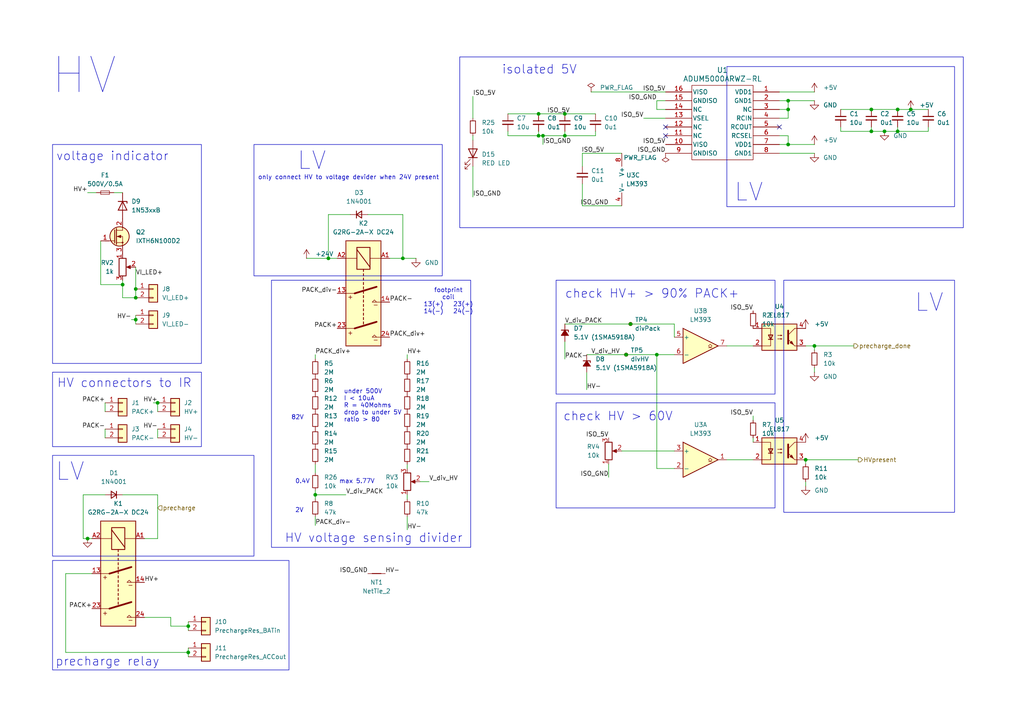
<source format=kicad_sch>
(kicad_sch (version 20231120) (generator "eeschema") (generator_version "8.0")
  (paper "A4")
  (title_block (title "ACC_HVLV1") (date "2025-05-05") (rev "2.1") (company "NTURacing") (comment 1 "Jack Kuo") (comment 2 "Powertrain"))
  (lib_symbols
    (symbol "Comparator:LM393" (pin_names (offset 0.127))
      (property "Reference" "U" (at 3.81 3.81 0))
      (property "Value" "LM393" (at 6.35 -3.81 0))
      (symbol "LM393_1_1"
        (polyline (pts (xy -5.08 5.08) (xy 5.08 0) (xy -5.08 -5.08) (xy -5.08 5.08)) (stroke (width 0.254)) (fill (type background)))
        (polyline (pts (xy 3.302 -0.508) (xy 2.794 -0.508) (xy 3.302 0) (xy 2.794 0.508) (xy 2.286 0) (xy 2.794 -0.508) (xy 2.286 -0.508)) (stroke (width 0.127)))
        (pin open_collector line (at 7.62 0 180) (length 2.54) (name "~") (number "1"))
        (pin input line (at -7.62 -2.54 0) (length 2.54) (name "-") (number "2"))
        (pin input line (at -7.62 2.54 0) (length 2.54) (name "+") (number "3"))
      )
      (symbol "LM393_2_1"
        (polyline (pts (xy -5.08 5.08) (xy 5.08 0) (xy -5.08 -5.08) (xy -5.08 5.08)) (stroke (width 0.254)) (fill (type background)))
        (polyline (pts (xy 3.302 -0.508) (xy 2.794 -0.508) (xy 3.302 0) (xy 2.794 0.508) (xy 2.286 0) (xy 2.794 -0.508) (xy 2.286 -0.508)) (stroke (width 0.127)))
        (pin input line (at -7.62 2.54 0) (length 2.54) (name "+") (number "5"))
        (pin input line (at -7.62 -2.54 0) (length 2.54) (name "-") (number "6"))
        (pin open_collector line (at 7.62 0 180) (length 2.54) (name "~") (number "7"))
      )
      (symbol "LM393_3_1"
        (pin power_in line (at -2.54 -7.62 90) (length 3.81) (name "V-") (number "4"))
        (pin power_in line (at -2.54 7.62 270) (length 3.81) (name "V+") (number "8"))
      )
    )
    (symbol "Connector:TestPoint_Small" (pin_numbers hide) (pin_names (offset 0.762) hide)
      (property "Reference" "TP" (at 0 3.81 0))
      (property "Value" "TestPoint_Small" (at 0 2.032 0))
      (symbol "TestPoint_Small_0_1"
        (circle (center 0 0) (radius 0.508))
      )
      (symbol "TestPoint_Small_1_1"
        (pin passive line (at 0 0 90) (length 0) (name "1") (number "1"))
      )
    )
    (symbol "Connector_Generic:Conn_01x02" (pin_names (offset 1.016) hide)
      (property "Reference" "J" (at 0 2.54 0))
      (property "Value" "Conn_01x02" (at 0 -5.08 0))
      (symbol "Conn_01x02_1_1"
        (rectangle (start -1.27 -2.413) (end 0 -2.667) (stroke (width 0.1524)))
        (rectangle (start -1.27 0.127) (end 0 -0.127) (stroke (width 0.1524)))
        (rectangle (start -1.27 1.27) (end 1.27 -3.81) (stroke (width 0.254)) (fill (type background)))
        (pin passive line (at -5.08 0 0) (length 3.81) (name "Pin_1") (number "1"))
        (pin passive line (at -5.08 -2.54 0) (length 3.81) (name "Pin_2") (number "2"))
      )
    )
    (symbol "Device:C_Small" (pin_numbers hide) (pin_names (offset 0.254) hide)
      (property "Reference" "C" (at 0.254 1.778 0))
      (property "Value" "C_Small" (at 0.254 -2.032 0))
      (symbol "C_Small_0_1"
        (polyline (pts (xy -1.524 -0.508) (xy 1.524 -0.508)) (stroke (width 0.3302)))
        (polyline (pts (xy -1.524 0.508) (xy 1.524 0.508)) (stroke (width 0.3048)))
      )
      (symbol "C_Small_1_1"
        (pin passive line (at 0 2.54 270) (length 2.032) (name "~") (number "1"))
        (pin passive line (at 0 -2.54 90) (length 2.032) (name "~") (number "2"))
      )
    )
    (symbol "Device:D_Small" (pin_numbers hide) (pin_names (offset 0.254) hide)
      (property "Reference" "D" (at -1.27 2.032 0))
      (property "Value" "D_Small" (at -3.81 -2.032 0))
      (symbol "D_Small_0_1"
        (polyline (pts (xy -0.762 -1.016) (xy -0.762 1.016)) (stroke (width 0.254)))
        (polyline (pts (xy -0.762 0) (xy 0.762 0)))
        (polyline (pts (xy 0.762 -1.016) (xy -0.762 0) (xy 0.762 1.016) (xy 0.762 -1.016)) (stroke (width 0.254)))
      )
      (symbol "D_Small_1_1"
        (pin passive line (at -2.54 0 0) (length 1.778) (name "K") (number "1"))
        (pin passive line (at 2.54 0 180) (length 1.778) (name "A") (number "2"))
      )
    )
    (symbol "Device:D_Zener_Small_Filled" (pin_numbers hide) (pin_names (offset 0.254) hide)
      (property "Reference" "D" (at 0 2.286 0))
      (property "Value" "D_Zener_Small_Filled" (at 0 -2.286 0))
      (symbol "D_Zener_Small_Filled_0_1"
        (polyline (pts (xy 0.762 0) (xy -0.762 0)))
        (polyline (pts (xy -0.254 1.016) (xy -0.762 1.016) (xy -0.762 -1.016)) (stroke (width 0.254)))
        (polyline (pts (xy 0.762 1.016) (xy -0.762 0) (xy 0.762 -1.016) (xy 0.762 1.016)) (stroke (width 0.254)) (fill (type outline)))
      )
      (symbol "D_Zener_Small_Filled_1_1"
        (pin passive line (at -2.54 0 0) (length 1.778) (name "K") (number "1"))
        (pin passive line (at 2.54 0 180) (length 1.778) (name "A") (number "2"))
      )
    )
    (symbol "Device:Fuse_Small" (pin_numbers hide) (pin_names (offset 0.254) hide)
      (property "Reference" "F" (at 0 -1.524 0))
      (property "Value" "Fuse_Small" (at 0 1.524 0))
      (symbol "Fuse_Small_0_1"
        (rectangle (start -1.27 0.508) (end 1.27 -0.508))
        (polyline (pts (xy -1.27 0) (xy 1.27 0)))
      )
      (symbol "Fuse_Small_1_1"
        (pin passive line (at -2.54 0 0) (length 1.27) (name "~") (number "1"))
        (pin passive line (at 2.54 0 180) (length 1.27) (name "~") (number "2"))
      )
    )
    (symbol "Device:LED" (pin_numbers hide) (pin_names (offset 1.016) hide)
      (property "Reference" "D" (at 0 2.54 0))
      (property "Value" "LED" (at 0 -2.54 0))
      (symbol "LED_0_1"
        (polyline (pts (xy -1.27 -1.27) (xy -1.27 1.27)) (stroke (width 0.254)))
        (polyline (pts (xy -1.27 0) (xy 1.27 0)))
        (polyline (pts (xy 1.27 -1.27) (xy 1.27 1.27) (xy -1.27 0) (xy 1.27 -1.27)) (stroke (width 0.254)))
        (polyline (pts (xy -3.048 -0.762) (xy -4.572 -2.286) (xy -3.81 -2.286) (xy -4.572 -2.286) (xy -4.572 -1.524)))
        (polyline (pts (xy -1.778 -0.762) (xy -3.302 -2.286) (xy -2.54 -2.286) (xy -3.302 -2.286) (xy -3.302 -1.524)))
      )
      (symbol "LED_1_1"
        (pin passive line (at -3.81 0 0) (length 2.54) (name "K") (number "1"))
        (pin passive line (at 3.81 0 180) (length 2.54) (name "A") (number "2"))
      )
    )
    (symbol "Device:NetTie_2" (pin_numbers hide) (pin_names (offset 0) hide) (in_bom no)
      (property "Reference" "NT" (at 0 1.27 0))
      (property "Value" "NetTie_2" (at 0 -1.27 0))
      (symbol "NetTie_2_0_1"
        (polyline (pts (xy -1.27 0) (xy 1.27 0)) (stroke (width 0.254)))
      )
      (symbol "NetTie_2_1_1"
        (pin passive line (at -2.54 0 0) (length 2.54) (name "1") (number "1"))
        (pin passive line (at 2.54 0 180) (length 2.54) (name "2") (number "2"))
      )
    )
    (symbol "Device:R_Potentiometer" (pin_names (offset 1.016) hide)
      (property "Reference" "RV" (at -4.445 0 90))
      (property "Value" "R_Potentiometer" (at -2.54 0 90))
      (symbol "R_Potentiometer_0_1"
        (polyline (pts (xy 2.54 0) (xy 1.524 0)))
        (polyline (pts (xy 1.143 0) (xy 2.286 0.508) (xy 2.286 -0.508) (xy 1.143 0)) (fill (type outline)))
        (rectangle (start 1.016 2.54) (end -1.016 -2.54) (stroke (width 0.254)))
      )
      (symbol "R_Potentiometer_1_1"
        (pin passive line (at 0 3.81 270) (length 1.27) (name "1") (number "1"))
        (pin passive line (at 3.81 0 180) (length 1.27) (name "2") (number "2"))
        (pin passive line (at 0 -3.81 90) (length 1.27) (name "3") (number "3"))
      )
    )
    (symbol "Device:R_Small" (pin_numbers hide) (pin_names (offset 0.254) hide)
      (property "Reference" "R" (at 0.762 0.508 0))
      (property "Value" "R_Small" (at 0.762 -1.016 0))
      (symbol "R_Small_0_1"
        (rectangle (start -0.762 1.778) (end 0.762 -1.778) (stroke (width 0.2032)))
      )
      (symbol "R_Small_1_1"
        (pin passive line (at 0 2.54 270) (length 0.762) (name "~") (number "1"))
        (pin passive line (at 0 -2.54 90) (length 0.762) (name "~") (number "2"))
      )
    )
    (symbol "Diode:1N53xxB" (pin_numbers hide) (pin_names hide)
      (property "Reference" "D" (at 0 2.54 0))
      (property "Value" "1N53xxB" (at 0 -2.54 0))
      (symbol "1N53xxB_0_1"
        (polyline (pts (xy 1.27 0) (xy -1.27 0)))
        (polyline (pts (xy -1.27 -1.27) (xy -1.27 1.27) (xy -0.762 1.27)) (stroke (width 0.254)))
        (polyline (pts (xy 1.27 -1.27) (xy 1.27 1.27) (xy -1.27 0) (xy 1.27 -1.27)) (stroke (width 0.254)))
      )
      (symbol "1N53xxB_1_1"
        (pin passive line (at -3.81 0 0) (length 2.54) (name "K") (number "1"))
        (pin passive line (at 3.81 0 180) (length 2.54) (name "A") (number "2"))
      )
    )
    (symbol "Isolator:EL817" (pin_names (offset 1.016))
      (property "Reference" "U" (at -5.08 5.08 0))
      (property "Value" "EL817" (at 0 5.08 0))
      (symbol "EL817_0_1"
        (rectangle (start -5.08 3.81) (end 5.08 -3.81) (stroke (width 0.254)) (fill (type background)))
        (polyline (pts (xy -3.175 -0.635) (xy -1.905 -0.635)) (stroke (width 0.254)))
        (polyline (pts (xy 2.54 0.635) (xy 4.445 2.54)))
        (polyline (pts (xy 4.445 -2.54) (xy 2.54 -0.635)) (fill (type outline)))
        (polyline (pts (xy 4.445 -2.54) (xy 5.08 -2.54)))
        (polyline (pts (xy 4.445 2.54) (xy 5.08 2.54)))
        (polyline (pts (xy -5.08 2.54) (xy -2.54 2.54) (xy -2.54 -0.635)))
        (polyline (pts (xy -2.54 -0.635) (xy -2.54 -2.54) (xy -5.08 -2.54)))
        (polyline (pts (xy 2.54 1.905) (xy 2.54 -1.905) (xy 2.54 -1.905)) (stroke (width 0.508)))
        (polyline (pts (xy -2.54 -0.635) (xy -3.175 0.635) (xy -1.905 0.635) (xy -2.54 -0.635)) (stroke (width 0.254)))
        (polyline (pts (xy -0.508 -0.508) (xy 0.762 -0.508) (xy 0.381 -0.635) (xy 0.381 -0.381) (xy 0.762 -0.508)))
        (polyline (pts (xy -0.508 0.508) (xy 0.762 0.508) (xy 0.381 0.381) (xy 0.381 0.635) (xy 0.762 0.508)))
        (polyline (pts (xy 3.048 -1.651) (xy 3.556 -1.143) (xy 4.064 -2.159) (xy 3.048 -1.651) (xy 3.048 -1.651)) (fill (type outline)))
      )
      (symbol "EL817_1_1"
        (pin passive line (at -7.62 2.54 0) (length 2.54) (name "~") (number "1"))
        (pin passive line (at -7.62 -2.54 0) (length 2.54) (name "~") (number "2"))
        (pin passive line (at 7.62 -2.54 180) (length 2.54) (name "~") (number "3"))
        (pin passive line (at 7.62 2.54 180) (length 2.54) (name "~") (number "4"))
      )
    )
    (symbol "PCM_Transistor_MOSFET_AKL:IXTH6N100D2" (pin_names hide)
      (property "Reference" "Q" (at 5.08 1.27 0))
      (property "Value" "IXTH6N100D2" (at 5.08 -1.27 0))
      (symbol "IXTH6N100D2_0_1"
        (polyline (pts (xy 0.254 -1.27) (xy -2.54 -1.27)))
        (polyline (pts (xy 0.254 1.905) (xy 0.254 -1.905)) (stroke (width 0.254)))
        (polyline (pts (xy 0.762 -2.286) (xy 0.762 2.286)) (stroke (width 0.254)))
        (polyline (pts (xy 0.762 -1.778) (xy 2.54 -1.778)))
        (polyline (pts (xy 2.54 1.778) (xy 0.762 1.778)))
        (polyline (pts (xy 2.54 2.54) (xy 2.54 1.778)))
        (polyline (pts (xy 2.54 -2.54) (xy 2.54 0) (xy 0.762 0)))
        (polyline (pts (xy 1.016 0) (xy 2.032 0.381) (xy 2.032 -0.381) (xy 1.016 0)) (fill (type outline)))
        (circle (center 1.651 0) (radius 2.794) (stroke (width 0.254)) (fill (type background)))
        (circle (center 2.54 -1.778) (radius 0.1778) (fill (type outline)))
      )
      (symbol "IXTH6N100D2_1_1"
        (pin input line (at -3.81 -1.27 0) (length 2.54) (name "G") (number "1"))
        (pin passive line (at 2.54 5.08 270) (length 2.54) (name "D") (number "2"))
        (pin passive line (at 2.54 -5.08 90) (length 2.54) (name "S") (number "3"))
      )
    )
    (symbol "nturt_kicad_lib_EP6:ADUM5000ARWZ-RL" (pin_names (offset 0.254))
      (property "Reference" "U" (at 0 15.24 0))
      (property "Value" "ADUM5000ARWZ-RL" (at -0.254 12.446 0))
      (symbol "ADUM5000ARWZ-RL_0_1"
        (pin power_in line (at -16.51 8.89 0) (length 7.62) (name "VDD1") (number "1"))
        (pin power_in line (at 16.51 -6.35 180) (length 7.62) (name "VISO") (number "10"))
        (pin unspecified line (at 16.51 -3.81 180) (length 7.62) (name "NC") (number "11"))
        (pin unspecified line (at 16.51 -1.27 180) (length 7.62) (name "NC") (number "12"))
        (pin unspecified line (at 16.51 1.27 180) (length 7.62) (name "VSEL") (number "13"))
        (pin unspecified line (at 16.51 3.81 180) (length 7.62) (name "NC") (number "14"))
        (pin unspecified line (at 16.51 6.35 180) (length 7.62) (name "GNDISO") (number "15"))
        (pin power_in line (at 16.51 8.89 180) (length 7.62) (name "VISO") (number "16"))
        (pin unspecified line (at -16.51 6.35 0) (length 7.62) (name "GND1") (number "2"))
        (pin unspecified line (at -16.51 3.81 0) (length 7.62) (name "NC") (number "3"))
        (pin unspecified line (at -16.51 1.27 0) (length 7.62) (name "RCIN") (number "4"))
        (pin unspecified line (at -16.51 -1.27 0) (length 7.62) (name "RCOUT") (number "5"))
        (pin unspecified line (at -16.51 -3.81 0) (length 7.62) (name "RCSEL") (number "6"))
        (pin power_in line (at -16.51 -6.35 0) (length 7.62) (name "VDD1") (number "7"))
        (pin unspecified line (at -16.51 -8.89 0) (length 7.62) (name "GND1") (number "8"))
        (pin unspecified line (at 16.51 -8.89 180) (length 7.62) (name "GNDISO") (number "9"))
      )
      (symbol "ADUM5000ARWZ-RL_1_1"
        (rectangle (start -8.89 10.795) (end 8.89 -10.795))
      )
    )
    (symbol "nturt_kicad_lib_EP6:G2RG-2A-X DC24"
      (property "Reference" "K" (at 16.51 3.81 0))
      (property "Value" "G2RG-2A-X DC24" (at 16.51 1.27 0))
      (symbol "G2RG-2A-X DC24_0_1"
        (rectangle (start -15.24 5.08) (end 15.24 -5.08) (stroke (width 0.254)) (fill (type background)))
        (rectangle (start -13.335 1.905) (end -6.985 -1.905) (stroke (width 0.254)))
        (polyline (pts (xy -12.7 -1.905) (xy -7.62 1.905)) (stroke (width 0.254)))
        (polyline (pts (xy -10.16 -5.08) (xy -10.16 -1.905)))
        (polyline (pts (xy -10.16 5.08) (xy -10.16 1.905)))
        (polyline (pts (xy -6.985 0) (xy -6.35 0)) (stroke (width 0.254)))
        (polyline (pts (xy -5.715 0) (xy -5.08 0)) (stroke (width 0.254)))
        (polyline (pts (xy -4.445 0) (xy -3.81 0)) (stroke (width 0.254)))
        (polyline (pts (xy -3.175 0) (xy -2.54 0)) (stroke (width 0.254)))
        (polyline (pts (xy -1.905 0) (xy -1.27 0)) (stroke (width 0.254)))
        (polyline (pts (xy -0.635 0) (xy 0 0)) (stroke (width 0.254)))
        (polyline (pts (xy 0 -2.54) (xy -1.905 3.81)) (stroke (width 0.508)))
        (polyline (pts (xy 0 -2.54) (xy 0 -5.08)))
        (polyline (pts (xy 0.635 0) (xy 1.27 0)) (stroke (width 0.254)))
        (polyline (pts (xy 1.905 0) (xy 2.54 0)) (stroke (width 0.254)))
        (polyline (pts (xy 3.175 0) (xy 3.81 0)) (stroke (width 0.254)))
        (polyline (pts (xy 4.445 0) (xy 5.08 0)) (stroke (width 0.254)))
        (polyline (pts (xy 5.715 0) (xy 6.35 0)) (stroke (width 0.254)))
        (polyline (pts (xy 6.985 0) (xy 7.62 0)) (stroke (width 0.254)))
        (polyline (pts (xy 8.255 0) (xy 8.89 0)) (stroke (width 0.254)))
        (polyline (pts (xy 10.16 -2.54) (xy 8.255 3.81)) (stroke (width 0.508)))
        (polyline (pts (xy 10.16 -2.54) (xy 10.16 -5.08)))
        (polyline (pts (xy 2.54 5.08) (xy 2.54 2.54) (xy 1.905 3.175) (xy 2.54 3.81)))
        (polyline (pts (xy 12.7 5.08) (xy 12.7 2.54) (xy 12.065 3.175) (xy 12.7 3.81)))
      )
      (symbol "G2RG-2A-X DC24_1_1"
        (text "+" (at 1.016 -3.81 900) (effects (font (size 1.27 1.27))))
        (text "+" (at 11.43 -3.81 900) (effects (font (size 1.27 1.27))))
        (text "-" (at 3.302 3.556 900) (effects (font (size 1.27 1.27))))
        (text "-" (at 13.462 3.556 900) (effects (font (size 1.27 1.27))))
        (pin passive line (at 0 -7.62 90) (length 2.54) (name "~") (number "13"))
        (pin passive line (at 2.54 7.62 270) (length 2.54) (name "~") (number "14"))
        (pin passive line (at 10.16 -7.62 90) (length 2.54) (name "~") (number "23"))
        (pin passive line (at 12.7 7.62 270) (length 2.54) (name "~") (number "24"))
        (pin passive line (at -10.16 7.62 270) (length 2.54) (name "~") (number "A1"))
        (pin passive line (at -10.16 -7.62 90) (length 2.54) (name "~") (number "A2"))
      )
    )
    (symbol "power:+24V" (power) (pin_numbers hide) (pin_names (offset 0) hide)
      (property "Value" "+24V" (at 0 3.556 0))
      (symbol "+24V_0_1"
        (polyline (pts (xy -0.762 1.27) (xy 0 2.54)))
        (polyline (pts (xy 0 0) (xy 0 2.54)))
        (polyline (pts (xy 0 2.54) (xy 0.762 1.27)))
      )
      (symbol "+24V_1_1"
        (pin power_in line (at 0 0 90) (length 0) (name "~") (number "1"))
      )
    )
    (symbol "power:+5V" (power) (pin_numbers hide) (pin_names (offset 0) hide)
      (property "Value" "+5V" (at 0 3.556 0))
      (symbol "+5V_0_1"
        (polyline (pts (xy -0.762 1.27) (xy 0 2.54)))
        (polyline (pts (xy 0 0) (xy 0 2.54)))
        (polyline (pts (xy 0 2.54) (xy 0.762 1.27)))
      )
      (symbol "+5V_1_1"
        (pin power_in line (at 0 0 90) (length 0) (name "~") (number "1"))
      )
    )
    (symbol "power:GND" (power) (pin_numbers hide) (pin_names (offset 0) hide)
      (property "Value" "GND" (at 0 -3.81 0))
      (symbol "GND_0_1"
        (polyline (pts (xy 0 0) (xy 0 -1.27) (xy 1.27 -1.27) (xy 0 -2.54) (xy -1.27 -1.27) (xy 0 -1.27)))
      )
      (symbol "GND_1_1"
        (pin power_in line (at 0 0 270) (length 0) (name "~") (number "1"))
      )
    )
    (symbol "power:PWR_FLAG" (power) (pin_numbers hide) (pin_names (offset 0) hide)
      (property "Value" "PWR_FLAG" (at 0 3.81 0))
      (symbol "PWR_FLAG_0_0"
        (pin power_out line (at 0 0 90) (length 0) (name "~") (number "1"))
      )
      (symbol "PWR_FLAG_0_1"
        (polyline (pts (xy 0 0) (xy 0 1.27) (xy -1.016 1.905) (xy 0 2.54) (xy 1.016 1.905) (xy 0 1.27)))
      )
    )
  )
  (junction (at 54.61 189.23))
  (junction (at 228.6 31.75))
  (junction (at 236.22 100.33))
  (junction (at 228.6 29.21))
  (junction (at 264.16 31.75))
  (junction (at 163.83 39.37))
  (junction (at 233.68 133.35))
  (junction (at 182.88 93.98))
  (junction (at 260.35 38.1))
  (junction (at 116.84 74.93))
  (junction (at 35.56 82.55))
  (junction (at 39.37 83.82))
  (junction (at 91.44 143.51))
  (junction (at 45.72 116.84))
  (junction (at 252.73 38.1))
  (junction (at 157.48 39.37))
  (junction (at 190.5 102.87))
  (junction (at 181.61 102.87))
  (junction (at 156.21 33.02))
  (junction (at 39.37 92.71))
  (junction (at 54.61 181.61))
  (junction (at 260.35 31.75))
  (junction (at 163.83 33.02))
  (junction (at 156.21 39.37))
  (junction (at 256.54 38.1))
  (junction (at 228.6 41.91))
  (junction (at 25.4 156.21))
  (junction (at 39.37 86.36))
  (junction (at 252.73 31.75))
  (junction (at 95.25 74.93))
  (no_connect (at 193.04 39.37))
  (no_connect (at 193.04 36.83))
  (no_connect (at 226.06 36.83))
  (wire (pts (xy 35.56 82.55) (xy 35.56 86.36)))
  (wire (pts (xy 236.22 29.21) (xy 228.6 29.21)))
  (wire (pts (xy 156.21 39.37) (xy 156.21 38.1)))
  (wire (pts (xy 116.84 62.23) (xy 116.84 74.93)))
  (wire (pts (xy 190.5 135.89) (xy 195.58 135.89)))
  (wire (pts (xy 243.84 38.1) (xy 243.84 36.83)))
  (wire (pts (xy 228.6 41.91) (xy 226.06 41.91)))
  (wire (pts (xy 233.68 134.62) (xy 233.68 133.35)))
  (wire (pts (xy 118.11 144.78) (xy 118.11 143.51)))
  (wire (pts (xy 171.45 26.67) (xy 193.04 26.67)))
  (wire (pts (xy 147.32 39.37) (xy 147.32 38.1)))
  (wire (pts (xy 228.6 39.37) (xy 228.6 41.91)))
  (wire (pts (xy 226.06 34.29) (xy 228.6 34.29)))
  (wire (pts (xy 101.6 62.23) (xy 95.25 62.23)))
  (wire (pts (xy 243.84 31.75) (xy 252.73 31.75)))
  (wire (pts (xy 168.91 44.45) (xy 180.34 44.45)))
  (wire (pts (xy 30.48 116.84) (xy 30.48 119.38)))
  (wire (pts (xy 19.05 189.23) (xy 54.61 189.23)))
  (wire (pts (xy 260.35 38.1) (xy 260.35 36.83)))
  (wire (pts (xy 269.24 38.1) (xy 269.24 36.83)))
  (wire (pts (xy 49.53 179.07) (xy 49.53 181.61)))
  (wire (pts (xy 25.4 156.21) (xy 26.67 156.21)))
  (wire (pts (xy 256.54 38.1) (xy 260.35 38.1)))
  (wire (pts (xy 120.65 74.93) (xy 116.84 74.93)))
  (wire (pts (xy 49.53 179.07) (xy 41.91 179.07)))
  (wire (pts (xy 236.22 101.6) (xy 236.22 100.33)))
  (wire (pts (xy 157.48 39.37) (xy 163.83 39.37)))
  (wire (pts (xy 260.35 31.75) (xy 264.16 31.75)))
  (wire (pts (xy 210.82 133.35) (xy 218.44 133.35)))
  (wire (pts (xy 218.44 127) (xy 218.44 128.27)))
  (wire (pts (xy 33.02 55.88) (xy 35.56 55.88)))
  (wire (pts (xy 172.72 39.37) (xy 172.72 38.1)))
  (wire (pts (xy 118.11 153.67) (xy 118.11 149.86)))
  (wire (pts (xy 156.21 33.02) (xy 163.83 33.02)))
  (wire (pts (xy 88.9 74.93) (xy 95.25 74.93)))
  (wire (pts (xy 252.73 38.1) (xy 256.54 38.1)))
  (wire (pts (xy 45.72 124.46) (xy 45.72 127)))
  (wire (pts (xy 236.22 107.95) (xy 236.22 106.68)))
  (wire (pts (xy 137.16 27.94) (xy 137.16 34.29)))
  (wire (pts (xy 157.48 41.91) (xy 157.48 39.37)))
  (wire (pts (xy 116.84 74.93) (xy 113.03 74.93)))
  (wire (pts (xy 39.37 77.47) (xy 39.37 83.82)))
  (wire (pts (xy 190.5 29.21) (xy 190.5 31.75)))
  (wire (pts (xy 163.83 33.02) (xy 172.72 33.02)))
  (wire (pts (xy 19.05 189.23) (xy 19.05 166.37)))
  (wire (pts (xy 147.32 33.02) (xy 156.21 33.02)))
  (wire (pts (xy 45.72 116.84) (xy 44.45 116.84)))
  (wire (pts (xy 195.58 93.98) (xy 195.58 97.79)))
  (wire (pts (xy 45.72 156.21) (xy 41.91 156.21)))
  (wire (pts (xy 30.48 124.46) (xy 30.48 127)))
  (wire (pts (xy 91.44 134.62) (xy 91.44 137.16)))
  (wire (pts (xy 54.61 189.23) (xy 54.61 187.96)))
  (wire (pts (xy 39.37 83.82) (xy 39.37 86.36)))
  (wire (pts (xy 163.83 39.37) (xy 172.72 39.37)))
  (wire (pts (xy 190.5 102.87) (xy 195.58 102.87)))
  (wire (pts (xy 181.61 102.87) (xy 190.5 102.87)))
  (wire (pts (xy 210.82 100.33) (xy 218.44 100.33)))
  (wire (pts (xy 29.21 82.55) (xy 35.56 82.55)))
  (wire (pts (xy 124.46 139.7) (xy 121.92 139.7)))
  (wire (pts (xy 27.94 55.88) (xy 25.4 55.88)))
  (wire (pts (xy 193.04 31.75) (xy 190.5 31.75)))
  (wire (pts (xy 233.68 140.97) (xy 233.68 139.7)))
  (wire (pts (xy 54.61 180.34) (xy 54.61 181.61)))
  (wire (pts (xy 163.83 104.14) (xy 163.83 99.06)))
  (wire (pts (xy 95.25 62.23) (xy 95.25 74.93)))
  (wire (pts (xy 186.69 34.29) (xy 193.04 34.29)))
  (wire (pts (xy 35.56 81.28) (xy 35.56 82.55)))
  (wire (pts (xy 45.72 143.51) (xy 45.72 156.21)))
  (wire (pts (xy 228.6 29.21) (xy 228.6 31.75)))
  (wire (pts (xy 156.21 39.37) (xy 157.48 39.37)))
  (wire (pts (xy 236.22 26.67) (xy 226.06 26.67)))
  (wire (pts (xy 91.44 142.24) (xy 91.44 143.51)))
  (wire (pts (xy 24.13 143.51) (xy 24.13 156.21)))
  (wire (pts (xy 24.13 156.21) (xy 25.4 156.21)))
  (wire (pts (xy 106.68 62.23) (xy 116.84 62.23)))
  (wire (pts (xy 226.06 39.37) (xy 228.6 39.37)))
  (wire (pts (xy 118.11 135.89) (xy 118.11 134.62)))
  (wire (pts (xy 247.65 100.33) (xy 236.22 100.33)))
  (wire (pts (xy 236.22 44.45) (xy 226.06 44.45)))
  (wire (pts (xy 35.56 86.36) (xy 39.37 86.36)))
  (wire (pts (xy 233.68 133.35) (xy 248.92 133.35)))
  (wire (pts (xy 180.34 130.81) (xy 195.58 130.81)))
  (wire (pts (xy 91.44 143.51) (xy 100.33 143.51)))
  (wire (pts (xy 49.53 181.61) (xy 54.61 181.61)))
  (wire (pts (xy 39.37 91.44) (xy 39.37 92.71)))
  (wire (pts (xy 193.04 29.21) (xy 190.5 29.21)))
  (wire (pts (xy 168.91 44.45) (xy 168.91 48.26)))
  (wire (pts (xy 182.88 93.98) (xy 195.58 93.98)))
  (wire (pts (xy 91.44 143.51) (xy 91.44 144.78)))
  (wire (pts (xy 137.16 39.37) (xy 137.16 40.64)))
  (wire (pts (xy 54.61 189.23) (xy 54.61 190.5)))
  (wire (pts (xy 19.05 166.37) (xy 26.67 166.37)))
  (wire (pts (xy 91.44 149.86) (xy 91.44 152.4)))
  (wire (pts (xy 226.06 31.75) (xy 228.6 31.75)))
  (wire (pts (xy 176.53 138.43) (xy 176.53 134.62)))
  (wire (pts (xy 260.35 38.1) (xy 269.24 38.1)))
  (wire (pts (xy 29.21 69.85) (xy 29.21 82.55)))
  (wire (pts (xy 45.72 116.84) (xy 45.72 119.38)))
  (wire (pts (xy 170.18 113.03) (xy 170.18 107.95)))
  (wire (pts (xy 236.22 41.91) (xy 228.6 41.91)))
  (wire (pts (xy 180.34 59.69) (xy 168.91 59.69)))
  (wire (pts (xy 228.6 29.21) (xy 226.06 29.21)))
  (wire (pts (xy 168.91 59.69) (xy 168.91 53.34)))
  (wire (pts (xy 170.18 102.87) (xy 181.61 102.87)))
  (wire (pts (xy 228.6 34.29) (xy 228.6 31.75)))
  (wire (pts (xy 30.48 143.51) (xy 24.13 143.51)))
  (wire (pts (xy 54.61 181.61) (xy 54.61 182.88)))
  (wire (pts (xy 163.83 39.37) (xy 163.83 38.1)))
  (wire (pts (xy 147.32 39.37) (xy 156.21 39.37)))
  (wire (pts (xy 35.56 143.51) (xy 45.72 143.51)))
  (wire (pts (xy 264.16 31.75) (xy 269.24 31.75)))
  (wire (pts (xy 190.5 102.87) (xy 190.5 135.89)))
  (wire (pts (xy 38.1 92.71) (xy 39.37 92.71)))
  (wire (pts (xy 236.22 100.33) (xy 233.68 100.33)))
  (wire (pts (xy 95.25 74.93) (xy 97.79 74.93)))
  (wire (pts (xy 243.84 38.1) (xy 252.73 38.1)))
  (wire (pts (xy 252.73 38.1) (xy 252.73 36.83)))
  (wire (pts (xy 137.16 48.26) (xy 137.16 57.15)))
  (wire (pts (xy 163.83 93.98) (xy 182.88 93.98)))
  (wire (pts (xy 218.44 120.65) (xy 218.44 121.92)))
  (wire (pts (xy 118.11 102.87) (xy 118.11 104.14)))
  (wire (pts (xy 91.44 102.87) (xy 91.44 104.14)))
  (wire (pts (xy 39.37 92.71) (xy 39.37 93.98)))
  (wire (pts (xy 252.73 31.75) (xy 260.35 31.75)))
  (rectangle (start 15.24 132.08) (end 73.66 161.29))
  (rectangle (start 227.33 81.28) (end 276.86 148.59))
  (rectangle (start 210.82 19.304) (end 276.86 59.944))
  (rectangle (start 15.24 107.95) (end 58.42 129.54))
  (rectangle (start 78.74 81.28) (end 136.525 158.75))
  (rectangle (start 161.29 81.28) (end 224.79 114.3))
  (rectangle (start 15.24 41.91) (end 58.42 105.41))
  (rectangle (start 73.66 41.91) (end 128.27 80.01))
  (rectangle (start 15.24 162.56) (end 83.82 194.31))
  (rectangle (start 133.35 16.51) (end 279.4 66.04))
  (rectangle (start 161.29 116.84) (end 224.79 147.32))
  (text "LV" (at 217.17 55.88 0) (effects (font (size 5.14 5.14))))
  (text "footprint\ncoil\n13(+)   23(+)\n14(-)   24(-)" (at 130.048 87.376 0) (effects (font (size 1.27 1.27))))
  (text "check HV > 60V " (at 163.322 119.38 0) (effects (font (size 2.54 2.54)) (justify left top)))
  (text "voltage indicator" (at 16.256 43.942 0) (effects (font (size 2.54 2.54)) (justify left top)))
  (text "LV" (at 90.424 46.736 0) (effects (font (size 5.14 5.14))))
  (text "HV voltage sensing divider" (at 82.55 154.686 0) (effects (font (size 2.54 2.54)) (justify left top)))
  (text "HV connectors to IR" (at 16.51 109.728 0) (effects (font (size 2.54 2.54)) (justify left top)))
  (text "under 500V\nI < 10uA\nR = 40Mohms\ndrop to under 5V\nratio > 80" (at 99.695 122.555 0) (effects (font (size 1.27 1.27)) (justify left bottom)))
  (text "max 5.77V" (at 108.712 140.462 0) (effects (font (size 1.27 1.27)) (justify right bottom)))
  (text "HV" (at 24.384 22.098 0) (effects (font (size 10.28 10.28))))
  (text "82V" (at 84.455 121.92 0) (effects (font (size 1.27 1.27)) (justify left bottom)))
  (text "LV" (at 20.32 136.906 0) (effects (font (size 5.14 5.14))))
  (text "check HV+ > 90% PACK+" (at 163.83 83.82 0) (effects (font (size 2.54 2.54)) (justify left top)))
  (text "only connect HV to voltage devider when 24V present" (at 101.092 51.562 0) (effects (font (size 1.27 1.27))))
  (text "0.4V" (at 85.598 140.462 0) (effects (font (size 1.27 1.27)) (justify left bottom)))
  (text "precharge relay" (at 16.002 190.5 0) (effects (font (size 2.54 2.54)) (justify left top)))
  (text "2V" (at 85.598 148.844 0) (effects (font (size 1.27 1.27)) (justify left bottom)))
  (text "isolated 5V" (at 145.542 18.796 0) (effects (font (size 2.54 2.54)) (justify left top)))
  (text "LV" (at 269.494 87.884 0) (effects (font (size 5.14 5.14))))
  (label "HV-" (at 111.76 166.37 0))
  (label "HV-" (at 118.11 153.67 0))
  (label "V_div_PACK" (at 163.83 93.98 0))
  (label "ISO_GND" (at 137.16 57.15 0))
  (label "HV+" (at 45.72 116.84 180))
  (label "PACK-" (at 163.83 104.14 0))
  (label "ISO_5V" (at 218.44 90.17 180))
  (label "V_div_HV" (at 124.46 139.7 0))
  (label "PACK_div+" (at 113.03 97.79 0))
  (label "ISO_GND" (at 106.68 166.37 180))
  (label "ISO_GND" (at 176.53 138.43 180))
  (label "HV-" (at 170.18 113.03 0))
  (label "ISO_5V" (at 218.44 120.65 180))
  (label "V_div_PACK" (at 100.33 143.51 0))
  (label "PACK+" (at 26.67 176.53 180))
  (label "ISO_5V" (at 137.16 27.94 0))
  (label "PACK_div-" (at 97.79 85.09 180))
  (label "HV+" (at 118.11 102.87 0))
  (label "PACK+" (at 97.79 95.25 180))
  (label "PACK-" (at 30.48 124.46 180))
  (label "ISO_GND" (at 190.5 29.21 180))
  (label "ISO_5V" (at 186.69 34.29 180))
  (label "ISO_5V" (at 193.04 26.67 180))
  (label "ISO_5V" (at 193.04 41.91 180))
  (label "HV+" (at 25.4 55.88 180))
  (label "HV-" (at 38.1 92.71 180))
  (label "ISO_5V" (at 176.53 127 180))
  (label "ISO_GND" (at 193.04 44.45 180))
  (label "HV-" (at 45.72 124.46 180))
  (label "VI_LED+" (at 39.37 80.01 0))
  (label "ISO_5V" (at 175.26 44.45 180))
  (label "ISO_GND" (at 157.48 41.91 0))
  (label "HV+" (at 41.91 168.91 0))
  (label "PACK-" (at 113.03 87.63 0))
  (label "PACK_div-" (at 91.44 152.4 0))
  (label "V_div_HV" (at 171.45 102.87 0))
  (label "ISO_GND" (at 176.53 59.69 180))
  (label "ISO_5V" (at 158.6815 33.02 0))
  (label "PACK_div+" (at 91.44 102.87 0))
  (label "PACK+" (at 30.48 116.84 180))
  (hierarchical_label "precharge_done" (shape output) (at 247.65 100.33 0))
  (hierarchical_label "HVpresent" (shape output) (at 248.92 133.35 0))
  (hierarchical_label "precharge" (shape input) (at 45.72 147.32 0))
  (symbol (lib_id "Device:R_Small") (at 91.44 127 0) (unit 1)
    (property "Reference" "R14" (at 93.98 125.73 0) (effects (justify left)))
    (property "Value" "2M" (at 93.98 128.27 0) (effects (justify left)))
    (property "Footprint" "Resistor_SMD:R_0805_2012Metric_Pad1.20x1.40mm_HandSolder" (effects (hide yes)))
    (property "Description" "Resistor, small symbol" (effects (hide yes)))
  )
  (symbol (lib_id "power:GND") (at 236.22 44.45 0) (unit 1)
    (property "Reference" "#PWR07" (effects (hide yes)))
    (property "Value" "GND" (at 238.76 45.72 0) (effects (justify left)))
    (property "Description" "Power symbol creates a global label with name \"GND\" , ground" (effects (hide yes)))
  )
  (symbol (lib_id "nturt_kicad_lib_EP6:G2RG-2A-X DC24") (at 34.29 166.37 270) (unit 1)
    (property "Reference" "K1" (at 34.29 146.05 90))
    (property "Value" "G2RG-2A-X DC24" (at 34.29 148.59 90))
    (property "Footprint" "Relay_THT:Relay_DPST_Omron_G2RL-2A" (effects (hide yes)))
    (property "Datasheet" "https://components.omron.com/us-en/sites/components.omron.com.us/files/datasheet_pdf/K333-E1.pdf" (effects (hide yes)))
    (property "Description" "Power Relay with 500 VDC 10 A  Switching Capacity (2-pole series  wiring with 3.0 mm contact gap)" (effects (hide yes)))
  )
  (symbol (lib_id "nturt_kicad_lib_EP6:ADUM5000ARWZ-RL") (at 209.55 35.56 0) (mirror y) (unit 1)
    (property "Reference" "U1" (at 209.55 20.32 0) (effects (font (size 1.524 1.524))))
    (property "Value" "ADUM5000ARWZ-RL" (at 209.55 22.86 0) (effects (font (size 1.524 1.524))))
    (property "Footprint" "Package_SO:SOIC-16W_7.5x10.3mm_P1.27mm" (effects (hide yes)))
    (property "Datasheet" "https://www.analog.com/media/en/technical-documentation/data-sheets/ADuM5000.pdf" (effects (hide yes)))
  )
  (symbol (lib_id "Device:R_Potentiometer") (at 35.56 77.47 0) (unit 1)
    (property "Reference" "RV2" (at 33.02 76.2 0) (effects (justify right)))
    (property "Value" "1k" (at 33.02 78.74 0) (effects (justify right)))
    (property "Footprint" "nturt_kicad_lib_EP6:Throughhole Potentiometer 3296W" (effects (hide yes)))
    (property "Description" "Potentiometer" (effects (hide yes)))
  )
  (symbol (lib_id "Device:R_Small") (at 233.68 137.16 0) (unit 1)
    (property "Reference" "R11" (at 236.22 135.89 0) (effects (justify left)))
    (property "Value" "10k" (at 236.22 138.43 0) (effects (justify left)))
    (property "Footprint" "Resistor_SMD:R_0805_2012Metric_Pad1.20x1.40mm_HandSolder" (effects (hide yes)))
    (property "Description" "Resistor, small symbol" (effects (hide yes)))
  )
  (symbol (lib_id "Device:R_Small") (at 137.16 36.83 0) (mirror y) (unit 1)
    (property "Reference" "R25" (at 139.7 35.56 0) (effects (justify right)))
    (property "Value" "10k" (at 139.7 38.1 0) (effects (justify right)))
    (property "Footprint" "Resistor_SMD:R_0805_2012Metric_Pad1.20x1.40mm_HandSolder" (effects (hide yes)))
    (property "Description" "Resistor, small symbol" (effects (hide yes)))
  )
  (symbol (lib_id "Device:R_Small") (at 118.11 147.32 0) (unit 1)
    (property "Reference" "R10" (at 120.65 146.05 0) (effects (justify left)))
    (property "Value" "47k" (at 120.65 148.59 0) (effects (justify left)))
    (property "Footprint" "Resistor_SMD:R_0805_2012Metric_Pad1.20x1.40mm_HandSolder" (effects (hide yes)))
    (property "Description" "Resistor, small symbol" (effects (hide yes)))
  )
  (symbol (lib_id "power:GND") (at 25.4 156.21 0) (unit 1)
    (property "Reference" "#PWR012" (effects (hide yes)))
    (property "Value" "GND" (effects (hide yes)))
    (property "Description" "Power symbol creates a global label with name \"GND\" , ground" (effects (hide yes)))
  )
  (symbol (lib_id "Device:D_Small") (at 33.02 143.51 180) (unit 1)
    (property "Reference" "D1" (at 33.02 137.16 0))
    (property "Value" "1N4001" (at 33.02 139.7 0))
    (property "Footprint" "Diode_SMD:D_SOD-123F" (effects (hide yes)))
    (property "Description" "Diode, small symbol" (effects (hide yes)))
    (property "Sim.Device" "D" (effects (hide yes)))
    (property "Sim.Pins" "1=K 2=A" (effects (hide yes)))
  )
  (symbol (lib_id "Device:R_Small") (at 91.44 147.32 0) (unit 1)
    (property "Reference" "R8" (at 93.98 146.05 0) (effects (justify left)))
    (property "Value" "47k" (at 93.98 148.59 0) (effects (justify left)))
    (property "Footprint" "Resistor_SMD:R_0805_2012Metric_Pad1.20x1.40mm_HandSolder" (effects (hide yes)))
    (property "Description" "Resistor, small symbol" (effects (hide yes)))
  )
  (symbol (lib_id "power:PWR_FLAG") (at 193.04 44.45 0) (mirror x) (unit 1)
    (property "Reference" "#FLG04" (effects (hide yes)))
    (property "Value" "PWR_FLAG" (at 190.5 45.72 0) (effects (justify right)))
    (property "Description" "Special symbol for telling ERC where power comes from" (effects (hide yes)))
  )
  (symbol (lib_id "Device:R_Small") (at 91.44 139.7 0) (unit 1)
    (property "Reference" "R26" (at 93.98 138.43 0) (effects (justify left)))
    (property "Value" "10k" (at 93.98 140.97 0) (effects (justify left)))
    (property "Footprint" "Resistor_SMD:R_0805_2012Metric_Pad1.20x1.40mm_HandSolder" (effects (hide yes)))
    (property "Description" "Resistor, small symbol" (effects (hide yes)))
  )
  (symbol (lib_id "Device:R_Potentiometer") (at 176.53 130.81 0) (mirror x) (unit 1)
    (property "Reference" "RV4" (at 173.99 129.54 0) (effects (justify right)))
    (property "Value" "10k" (at 173.99 132.08 0) (effects (justify right)))
    (property "Footprint" "nturt_kicad_lib_EP6:Throughhole Potentiometer 3296W" (effects (hide yes)))
    (property "Description" "Potentiometer" (effects (hide yes)))
  )
  (symbol (lib_id "Device:R_Small") (at 91.44 132.08 0) (unit 1)
    (property "Reference" "R15" (at 93.98 130.81 0) (effects (justify left)))
    (property "Value" "2M" (at 93.98 133.35 0) (effects (justify left)))
    (property "Footprint" "Resistor_SMD:R_0805_2012Metric_Pad1.20x1.40mm_HandSolder" (effects (hide yes)))
    (property "Description" "Resistor, small symbol" (effects (hide yes)))
  )
  (symbol (lib_id "Connector:TestPoint_Small") (at 182.88 93.98 0) (unit 1)
    (property "Reference" "TP4" (at 184.15 92.71 0) (effects (justify left)))
    (property "Value" "divPack" (at 184.15 95.25 0) (effects (justify left)))
    (property "Footprint" "TestPoint:TestPoint_Pad_D2.0mm" (effects (hide yes)))
    (property "Description" "test point" (effects (hide yes)))
  )
  (symbol (lib_id "Device:D_Zener_Small_Filled") (at 170.18 105.41 270) (unit 1)
    (property "Reference" "D8" (at 172.72 104.14 90) (effects (justify left)))
    (property "Value" "5.1V (1SMA5918A)" (at 172.72 106.68 90) (effects (justify left)))
    (property "Footprint" "Diode_SMD:D_SMA" (effects (hide yes)))
    (property "Description" "Zener diode, small symbol, filled shape" (effects (hide yes)))
  )
  (symbol (lib_id "Comparator:LM393") (at 182.88 52.07 0) (unit 3)
    (property "Reference" "U3" (at 181.61 50.8 0) (effects (justify left)))
    (property "Value" "LM393" (at 181.61 53.34 0) (effects (justify left)))
    (property "Footprint" "Package_SO:SOIC-8_3.9x4.9mm_P1.27mm" (effects (hide yes)))
    (property "Datasheet" "http://www.ti.com/lit/ds/symlink/lm393.pdf" (effects (hide yes)))
    (property "Description" "Low-Power, Low-Offset Voltage, Dual Comparators, DIP-8/SOIC-8/TO-99-8" (effects (hide yes)))
  )
  (symbol (lib_id "power:GND") (at 236.22 29.21 0) (unit 1)
    (property "Reference" "#PWR03" (effects (hide yes)))
    (property "Value" "GND" (at 238.76 30.48 0) (effects (justify left)))
    (property "Description" "Power symbol creates a global label with name \"GND\" , ground" (effects (hide yes)))
  )
  (symbol (lib_id "Device:C_Small") (at 156.21 35.56 0) (unit 1)
    (property "Reference" "C8" (at 158.75 34.2963 0) (effects (justify left)))
    (property "Value" "0u1" (at 158.75 36.8363 0) (effects (justify left)))
    (property "Footprint" "Capacitor_SMD:C_0805_2012Metric_Pad1.18x1.45mm_HandSolder" (effects (hide yes)))
    (property "Description" "Unpolarized capacitor, small symbol" (effects (hide yes)))
  )
  (symbol (lib_id "power:GND") (at 236.22 107.95 0) (unit 1)
    (property "Reference" "#PWR019" (effects (hide yes)))
    (property "Value" "GND" (at 238.76 109.22 0) (effects (justify left)))
    (property "Description" "Power symbol creates a global label with name \"GND\" , ground" (effects (hide yes)))
  )
  (symbol (lib_id "Device:R_Small") (at 91.44 106.68 0) (unit 1)
    (property "Reference" "R5" (at 93.98 105.41 0) (effects (justify left)))
    (property "Value" "2M" (at 93.98 107.95 0) (effects (justify left)))
    (property "Footprint" "Resistor_SMD:R_0805_2012Metric_Pad1.20x1.40mm_HandSolder" (effects (hide yes)))
    (property "Description" "Resistor, small symbol" (effects (hide yes)))
  )
  (symbol (lib_id "power:+5V") (at 233.68 128.27 0) (mirror y) (unit 1)
    (property "Reference" "#PWR020" (effects (hide yes)))
    (property "Value" "+5V" (at 236.22 127 0) (effects (justify right)))
    (property "Description" "Power symbol creates a global label with name \"+5V\"" (effects (hide yes)))
  )
  (symbol (lib_id "Device:R_Small") (at 118.11 111.76 0) (unit 1)
    (property "Reference" "R17" (at 120.65 110.49 0) (effects (justify left)))
    (property "Value" "2M" (at 120.65 113.03 0) (effects (justify left)))
    (property "Footprint" "Resistor_SMD:R_0805_2012Metric_Pad1.20x1.40mm_HandSolder" (effects (hide yes)))
    (property "Description" "Resistor, small symbol" (effects (hide yes)))
  )
  (symbol (lib_id "Device:C_Small") (at 243.84 34.29 0) (unit 1)
    (property "Reference" "C1" (at 246.38 33.0263 0) (effects (justify left)))
    (property "Value" "10u" (at 246.38 35.5663 0) (effects (justify left)))
    (property "Footprint" "Capacitor_SMD:C_0805_2012Metric_Pad1.18x1.45mm_HandSolder" (effects (hide yes)))
    (property "Description" "Unpolarized capacitor, small symbol" (effects (hide yes)))
  )
  (symbol (lib_id "power:GND") (at 120.65 74.93 0) (unit 1)
    (property "Reference" "#PWR010" (effects (hide yes)))
    (property "Value" "GND" (at 123.19 76.2 0) (effects (justify left)))
    (property "Description" "Power symbol creates a global label with name \"GND\" , ground" (effects (hide yes)))
  )
  (symbol (lib_id "Isolator:EL817") (at 226.06 97.79 0) (unit 1)
    (property "Reference" "U4" (at 226.06 88.9 0))
    (property "Value" "EL817" (at 226.06 91.44 0))
    (property "Footprint" "Package_DIP:DIP-4_W7.62mm" (effects (hide yes)))
    (property "Datasheet" "http://www.everlight.com/file/ProductFile/EL817.pdf" (effects (hide yes)))
    (property "Description" "DC Optocoupler, Vce 35V, DIP-4" (effects (hide yes)))
  )
  (symbol (lib_id "Connector_Generic:Conn_01x02") (at 59.69 187.96 0) (unit 1)
    (property "Reference" "J11" (at 62.23 187.9599 0) (effects (justify left)))
    (property "Value" "PrechargeRes_ACCout" (at 62.23 190.4999 0) (effects (justify left)))
    (property "Footprint" "nturt_kicad_lib_EP6:HRS_DF33C-2P-3.3DSA" (effects (hide yes)))
    (property "Description" "Generic connector, single row, 01x02, script generated (kicad-library-utils/schlib/autogen/connector/)" (effects (hide yes)))
  )
  (symbol (lib_id "Device:R_Small") (at 118.11 116.84 0) (unit 1)
    (property "Reference" "R18" (at 120.65 115.57 0) (effects (justify left)))
    (property "Value" "2M" (at 120.65 118.11 0) (effects (justify left)))
    (property "Footprint" "Resistor_SMD:R_0805_2012Metric_Pad1.20x1.40mm_HandSolder" (effects (hide yes)))
    (property "Description" "Resistor, small symbol" (effects (hide yes)))
  )
  (symbol (lib_id "Device:R_Small") (at 118.11 127 0) (unit 1)
    (property "Reference" "R20" (at 120.65 125.73 0) (effects (justify left)))
    (property "Value" "2M" (at 120.65 128.27 0) (effects (justify left)))
    (property "Footprint" "Resistor_SMD:R_0805_2012Metric_Pad1.20x1.40mm_HandSolder" (effects (hide yes)))
    (property "Description" "Resistor, small symbol" (effects (hide yes)))
  )
  (symbol (lib_id "Device:D_Zener_Small_Filled") (at 163.83 96.52 270) (unit 1)
    (property "Reference" "D7" (at 166.37 95.25 90) (effects (justify left)))
    (property "Value" "5.1V (1SMA5918A)" (at 166.37 97.79 90) (effects (justify left)))
    (property "Footprint" "Diode_SMD:D_SMA" (effects (hide yes)))
    (property "Description" "Zener diode, small symbol, filled shape" (effects (hide yes)))
  )
  (symbol (lib_id "Diode:1N53xxB") (at 35.56 59.69 270) (unit 1)
    (property "Reference" "D9" (at 38.1 58.42 90) (effects (justify left)))
    (property "Value" "1N53xxB" (at 38.1 60.96 90) (effects (justify left)))
    (property "Footprint" "Diode_THT:D_DO-201_P15.24mm_Horizontal" (effects (hide yes)))
    (property "Datasheet" "https://diotec.com/tl_files/diotec/files/pdf/datasheets/1n5345b.pdf" (effects (hide yes)))
    (property "Description" "5000mW Zener Diode, DO-201" (effects (hide yes)))
  )
  (symbol (lib_id "Device:R_Small") (at 91.44 116.84 0) (unit 1)
    (property "Reference" "R12" (at 93.98 115.57 0) (effects (justify left)))
    (property "Value" "2M" (at 93.98 118.11 0) (effects (justify left)))
    (property "Footprint" "Resistor_SMD:R_0805_2012Metric_Pad1.20x1.40mm_HandSolder" (effects (hide yes)))
    (property "Description" "Resistor, small symbol" (effects (hide yes)))
  )
  (symbol (lib_id "Device:LED") (at 137.16 44.45 270) (mirror x) (unit 1)
    (property "Reference" "D15" (at 139.7 44.7675 90) (effects (justify left)))
    (property "Value" "RED LED" (at 139.7 47.3075 90) (effects (justify left)))
    (property "Footprint" "LED_SMD:LED_0805_2012Metric_Pad1.15x1.40mm_HandSolder" (effects (hide yes)))
    (property "Description" "Light emitting diode" (effects (hide yes)))
  )
  (symbol (lib_id "Connector:TestPoint_Small") (at 181.61 102.87 0) (unit 1)
    (property "Reference" "TP5" (at 182.88 101.6 0) (effects (justify left)))
    (property "Value" "divHV" (at 182.88 104.14 0) (effects (justify left)))
    (property "Footprint" "TestPoint:TestPoint_Pad_D2.0mm" (effects (hide yes)))
    (property "Description" "test point" (effects (hide yes)))
  )
  (symbol (lib_id "Connector_Generic:Conn_01x02") (at 50.8 116.84 0) (unit 1)
    (property "Reference" "J2" (at 53.34 116.84 0) (effects (justify left)))
    (property "Value" "HV+" (at 53.34 119.38 0) (effects (justify left)))
    (property "Footprint" "nturt_kicad_lib_EP6:HRS_DF33C-2P-3.3DSA" (effects (hide yes)))
    (property "Description" "Generic connector, single row, 01x02, script generated (kicad-library-utils/schlib/autogen/connector/)" (effects (hide yes)))
  )
  (symbol (lib_id "Connector_Generic:Conn_01x02") (at 44.45 91.44 0) (unit 1)
    (property "Reference" "J9" (at 46.99 91.44 0) (effects (justify left)))
    (property "Value" "VI_LED-" (at 46.99 93.98 0) (effects (justify left)))
    (property "Footprint" "nturt_kicad_lib_EP6:HRS_DF33C-2P-3.3DSA" (effects (hide yes)))
    (property "Description" "Generic connector, single row, 01x02, script generated (kicad-library-utils/schlib/autogen/connector/)" (effects (hide yes)))
  )
  (symbol (lib_id "Device:R_Small") (at 236.22 104.14 0) (unit 1)
    (property "Reference" "R3" (at 238.76 102.87 0) (effects (justify left)))
    (property "Value" "10k" (at 238.76 105.41 0) (effects (justify left)))
    (property "Footprint" "Resistor_SMD:R_0805_2012Metric_Pad1.20x1.40mm_HandSolder" (effects (hide yes)))
    (property "Description" "Resistor, small symbol" (effects (hide yes)))
  )
  (symbol (lib_id "PCM_Transistor_MOSFET_AKL:IXTH6N100D2") (at 33.02 68.58 0) (unit 1)
    (property "Reference" "Q2" (at 39.37 67.31 0) (effects (justify left)))
    (property "Value" "IXTH6N100D2" (at 39.37 69.85 0) (effects (justify left)))
    (property "Footprint" "Package_TO_SOT_THT:TO-247-3_Vertical" (effects (hide yes)))
    (property "Datasheet" "https://www.tme.eu/Document/f8261b21cd0d48dda080c02a8593371c/IXTA%28H,P%296N100D2.pdf" (effects (hide yes)))
    (property "Description" "TO-247 N-MOSFET depletion mode transistor, 1000V, 6A, 300W, Alternate KiCAD Library" (effects (hide yes)))
  )
  (symbol (lib_id "power:GND") (at 256.54 38.1 0) (mirror y) (unit 1)
    (property "Reference" "#PWR05" (effects (hide yes)))
    (property "Value" "GND" (at 259.08 39.37 0) (effects (justify right)))
    (property "Description" "Power symbol creates a global label with name \"GND\" , ground" (effects (hide yes)))
  )
  (symbol (lib_id "power:+24V") (at 88.9 74.93 0) (mirror y) (unit 1)
    (property "Reference" "#PWR015" (effects (hide yes)))
    (property "Value" "+24V" (at 91.44 73.66 0) (effects (justify right)))
    (property "Description" "Power symbol creates a global label with name \"+24V\"" (effects (hide yes)))
  )
  (symbol (lib_id "Device:C_Small") (at 168.91 50.8 0) (unit 1)
    (property "Reference" "C11" (at 171.45 49.5363 0) (effects (justify left)))
    (property "Value" "0u1" (at 171.45 52.0763 0) (effects (justify left)))
    (property "Footprint" "Capacitor_SMD:C_0805_2012Metric_Pad1.18x1.45mm_HandSolder" (effects (hide yes)))
    (property "Description" "Unpolarized capacitor, small symbol" (effects (hide yes)))
  )
  (symbol (lib_id "Device:C_Small") (at 172.72 35.56 0) (unit 1)
    (property "Reference" "C10" (at 175.26 34.2963 0) (effects (justify left)))
    (property "Value" "0u1" (at 175.26 36.8363 0) (effects (justify left)))
    (property "Footprint" "Capacitor_SMD:C_0805_2012Metric_Pad1.18x1.45mm_HandSolder" (effects (hide yes)))
    (property "Description" "Unpolarized capacitor, small symbol" (effects (hide yes)))
  )
  (symbol (lib_id "power:GND") (at 233.68 140.97 0) (unit 1)
    (property "Reference" "#PWR021" (effects (hide yes)))
    (property "Value" "GND" (at 236.22 142.24 0) (effects (justify left)))
    (property "Description" "Power symbol creates a global label with name \"GND\" , ground" (effects (hide yes)))
  )
  (symbol (lib_id "Device:R_Small") (at 91.44 111.76 0) (unit 1)
    (property "Reference" "R6" (at 93.98 110.49 0) (effects (justify left)))
    (property "Value" "2M" (at 93.98 113.03 0) (effects (justify left)))
    (property "Footprint" "Resistor_SMD:R_0805_2012Metric_Pad1.20x1.40mm_HandSolder" (effects (hide yes)))
    (property "Description" "Resistor, small symbol" (effects (hide yes)))
  )
  (symbol (lib_id "power:+5V") (at 236.22 41.91 0) (mirror y) (unit 1)
    (property "Reference" "#PWR06" (effects (hide yes)))
    (property "Value" "+5V" (at 238.76 40.64 0) (effects (justify right)))
    (property "Description" "Power symbol creates a global label with name \"+5V\"" (effects (hide yes)))
  )
  (symbol (lib_id "Device:R_Small") (at 118.11 121.92 0) (unit 1)
    (property "Reference" "R19" (at 120.65 120.65 0) (effects (justify left)))
    (property "Value" "2M" (at 120.65 123.19 0) (effects (justify left)))
    (property "Footprint" "Resistor_SMD:R_0805_2012Metric_Pad1.20x1.40mm_HandSolder" (effects (hide yes)))
    (property "Description" "Resistor, small symbol" (effects (hide yes)))
  )
  (symbol (lib_id "Device:Fuse_Small") (at 30.48 55.88 180) (unit 1)
    (property "Reference" "F1" (at 30.48 50.8 0))
    (property "Value" "500V/0.5A" (at 30.48 53.34 0))
    (property "Footprint" "SamacSys_Parts_EP6:65600001009" (effects (hide yes)))
    (property "Description" "Fuse, small symbol" (effects (hide yes)))
    (property "Sim.Pins" "1=1 2=2" (effects (hide yes)))
    (property "Sim.Device" "SPICE" (effects (hide yes)))
    (property "Sim.Params" "X" (effects (hide yes)))
    (property "Indicator" "●" (effects (hide yes)))
    (property "Rating" "W" (effects (hide yes)))
  )
  (symbol (lib_id "Device:D_Small") (at 104.14 62.23 0) (mirror x) (unit 1)
    (property "Reference" "D3" (at 104.14 55.88 0))
    (property "Value" "1N4001" (at 104.14 58.42 0))
    (property "Footprint" "Diode_SMD:D_SOD-123F" (effects (hide yes)))
    (property "Description" "Diode, small symbol" (effects (hide yes)))
    (property "Sim.Device" "D" (effects (hide yes)))
    (property "Sim.Pins" "1=K 2=A" (effects (hide yes)))
  )
  (symbol (lib_id "power:+5V") (at 233.68 95.25 0) (mirror y) (unit 1)
    (property "Reference" "#PWR017" (effects (hide yes)))
    (property "Value" "+5V" (at 236.22 93.98 0) (effects (justify right)))
    (property "Description" "Power symbol creates a global label with name \"+5V\"" (effects (hide yes)))
  )
  (symbol (lib_id "power:+5V") (at 264.16 31.75 0) (unit 1)
    (property "Reference" "#PWR04" (effects (hide yes)))
    (property "Value" "+5V" (at 266.7 30.48 0) (effects (justify left)))
    (property "Description" "Power symbol creates a global label with name \"+5V\"" (effects (hide yes)))
  )
  (symbol (lib_id "Device:C_Small") (at 260.35 34.29 0) (unit 1)
    (property "Reference" "C5" (at 262.89 33.0263 0) (effects (justify left)))
    (property "Value" "10u" (at 262.89 35.5663 0) (effects (justify left)))
    (property "Footprint" "Capacitor_SMD:C_0805_2012Metric_Pad1.18x1.45mm_HandSolder" (effects (hide yes)))
    (property "Description" "Unpolarized capacitor, small symbol" (effects (hide yes)))
  )
  (symbol (lib_id "Device:C_Small") (at 252.73 34.29 0) (unit 1)
    (property "Reference" "C2" (at 255.27 33.0263 0) (effects (justify left)))
    (property "Value" "0u1" (at 255.27 35.5663 0) (effects (justify left)))
    (property "Footprint" "Capacitor_SMD:C_0805_2012Metric_Pad1.18x1.45mm_HandSolder" (effects (hide yes)))
    (property "Description" "Unpolarized capacitor, small symbol" (effects (hide yes)))
  )
  (symbol (lib_id "Isolator:EL817") (at 226.06 130.81 0) (unit 1)
    (property "Reference" "U5" (at 226.06 121.92 0))
    (property "Value" "EL817" (at 226.06 124.46 0))
    (property "Footprint" "Package_DIP:DIP-4_W7.62mm" (effects (hide yes)))
    (property "Datasheet" "http://www.everlight.com/file/ProductFile/EL817.pdf" (effects (hide yes)))
    (property "Description" "DC Optocoupler, Vce 35V, DIP-4" (effects (hide yes)))
  )
  (symbol (lib_id "Device:C_Small") (at 147.32 35.56 0) (unit 1)
    (property "Reference" "C7" (at 149.86 34.2963 0) (effects (justify left)))
    (property "Value" "10u" (at 149.86 36.8363 0) (effects (justify left)))
    (property "Footprint" "Capacitor_SMD:C_0805_2012Metric_Pad1.18x1.45mm_HandSolder" (effects (hide yes)))
    (property "Description" "Unpolarized capacitor, small symbol" (effects (hide yes)))
  )
  (symbol (lib_id "power:+5V") (at 236.22 26.67 0) (mirror y) (unit 1)
    (property "Reference" "#PWR01" (effects (hide yes)))
    (property "Value" "+5V" (at 238.76 25.4 0) (effects (justify right)))
    (property "Description" "Power symbol creates a global label with name \"+5V\"" (effects (hide yes)))
  )
  (symbol (lib_id "Device:R_Small") (at 118.11 106.68 0) (unit 1)
    (property "Reference" "R16" (at 120.65 105.41 0) (effects (justify left)))
    (property "Value" "2M" (at 120.65 107.95 0) (effects (justify left)))
    (property "Footprint" "Resistor_SMD:R_0805_2012Metric_Pad1.20x1.40mm_HandSolder" (effects (hide yes)))
    (property "Description" "Resistor, small symbol" (effects (hide yes)))
  )
  (symbol (lib_id "Device:C_Small") (at 269.24 34.29 0) (unit 1)
    (property "Reference" "C6" (at 271.78 33.0263 0) (effects (justify left)))
    (property "Value" "0u1" (at 271.78 35.5663 0) (effects (justify left)))
    (property "Footprint" "Capacitor_SMD:C_0805_2012Metric_Pad1.18x1.45mm_HandSolder" (effects (hide yes)))
    (property "Description" "Unpolarized capacitor, small symbol" (effects (hide yes)))
  )
  (symbol (lib_id "Connector_Generic:Conn_01x02") (at 35.56 124.46 0) (unit 1)
    (property "Reference" "J3" (at 38.1 124.46 0) (effects (justify left)))
    (property "Value" "PACK-" (at 38.1 127 0) (effects (justify left)))
    (property "Footprint" "nturt_kicad_lib_EP6:HRS_DF33C-2P-3.3DSA" (effects (hide yes)))
    (property "Description" "Generic connector, single row, 01x02, script generated (kicad-library-utils/schlib/autogen/connector/)" (effects (hide yes)))
  )
  (symbol (lib_id "Device:R_Small") (at 91.44 121.92 0) (unit 1)
    (property "Reference" "R13" (at 93.98 120.65 0) (effects (justify left)))
    (property "Value" "2M" (at 93.98 123.19 0) (effects (justify left)))
    (property "Footprint" "Resistor_SMD:R_0805_2012Metric_Pad1.20x1.40mm_HandSolder" (effects (hide yes)))
    (property "Description" "Resistor, small symbol" (effects (hide yes)))
  )
  (symbol (lib_id "nturt_kicad_lib_EP6:G2RG-2A-X DC24") (at 105.41 85.09 270) (unit 1)
    (property "Reference" "K2" (at 105.41 64.77 90))
    (property "Value" "G2RG-2A-X DC24" (at 105.41 67.31 90))
    (property "Footprint" "Relay_THT:Relay_DPST_Omron_G2RL-2A" (effects (hide yes)))
    (property "Datasheet" "https://components.omron.com/us-en/sites/components.omron.com.us/files/datasheet_pdf/K333-E1.pdf" (effects (hide yes)))
    (property "Description" "Power Relay with 500 VDC 10 A  Switching Capacity (2-pole series  wiring with 3.0 mm contact gap)" (effects (hide yes)))
  )
  (symbol (lib_id "Connector_Generic:Conn_01x02") (at 50.8 124.46 0) (unit 1)
    (property "Reference" "J4" (at 53.34 124.46 0) (effects (justify left)))
    (property "Value" "HV-" (at 53.34 127 0) (effects (justify left)))
    (property "Footprint" "nturt_kicad_lib_EP6:HRS_DF33C-2P-3.3DSA" (effects (hide yes)))
    (property "Description" "Generic connector, single row, 01x02, script generated (kicad-library-utils/schlib/autogen/connector/)" (effects (hide yes)))
  )
  (symbol (lib_id "Device:NetTie_2") (at 109.22 166.37 0) (unit 1) (in_bom no)
    (property "Reference" "NT1" (at 109.22 168.91 0))
    (property "Value" "NetTie_2" (at 109.22 171.45 0))
    (property "Footprint" "NetTie:NetTie-2_SMD_Pad0.5mm" (effects (hide yes)))
    (property "Description" "Net tie, 2 pins" (effects (hide yes)))
  )
  (symbol (lib_id "power:PWR_FLAG") (at 171.45 26.67 0) (unit 1)
    (property "Reference" "#FLG03" (effects (hide yes)))
    (property "Value" "PWR_FLAG" (at 173.99 25.4 0) (effects (justify left)))
    (property "Description" "Special symbol for telling ERC where power comes from" (effects (hide yes)))
  )
  (symbol (lib_id "Device:R_Small") (at 118.11 132.08 0) (unit 1)
    (property "Reference" "R21" (at 120.65 130.81 0) (effects (justify left)))
    (property "Value" "2M" (at 120.65 133.35 0) (effects (justify left)))
    (property "Footprint" "Resistor_SMD:R_0805_2012Metric_Pad1.20x1.40mm_HandSolder" (effects (hide yes)))
    (property "Description" "Resistor, small symbol" (effects (hide yes)))
  )
  (symbol (lib_id "Connector_Generic:Conn_01x02") (at 44.45 83.82 0) (unit 1)
    (property "Reference" "J8" (at 46.99 83.82 0) (effects (justify left)))
    (property "Value" "VI_LED+" (at 46.99 86.36 0) (effects (justify left)))
    (property "Footprint" "nturt_kicad_lib_EP6:HRS_DF33C-2P-3.3DSA" (effects (hide yes)))
    (property "Description" "Generic connector, single row, 01x02, script generated (kicad-library-utils/schlib/autogen/connector/)" (effects (hide yes)))
  )
  (symbol (lib_id "Device:C_Small") (at 163.83 35.56 0) (unit 1)
    (property "Reference" "C9" (at 166.37 34.2963 0) (effects (justify left)))
    (property "Value" "10u" (at 166.37 36.8363 0) (effects (justify left)))
    (property "Footprint" "Capacitor_SMD:C_0805_2012Metric_Pad1.18x1.45mm_HandSolder" (effects (hide yes)))
    (property "Description" "Unpolarized capacitor, small symbol" (effects (hide yes)))
  )
  (symbol (lib_id "Device:R_Small") (at 218.44 124.46 0) (mirror y) (unit 1)
    (property "Reference" "R7" (at 220.98 123.19 0) (effects (justify right)))
    (property "Value" "10k" (at 220.98 125.73 0) (effects (justify right)))
    (property "Footprint" "Resistor_SMD:R_0805_2012Metric_Pad1.20x1.40mm_HandSolder" (effects (hide yes)))
    (property "Description" "Resistor, small symbol" (effects (hide yes)))
  )
  (symbol (lib_id "Connector_Generic:Conn_01x02") (at 59.69 180.34 0) (unit 1)
    (property "Reference" "J10" (at 62.23 180.3399 0) (effects (justify left)))
    (property "Value" "PrechargeRes_BATin" (at 62.23 182.8799 0) (effects (justify left)))
    (property "Footprint" "nturt_kicad_lib_EP6:HRS_DF33C-2P-3.3DSA" (effects (hide yes)))
    (property "Description" "Generic connector, single row, 01x02, script generated (kicad-library-utils/schlib/autogen/connector/)" (effects (hide yes)))
  )
  (symbol (lib_id "Comparator:LM393") (at 203.2 133.35 0) (unit 1)
    (property "Reference" "U3" (at 203.2 123.19 0))
    (property "Value" "LM393" (at 203.2 125.73 0))
    (property "Footprint" "Package_SO:SOIC-8_3.9x4.9mm_P1.27mm" (effects (hide yes)))
    (property "Datasheet" "http://www.ti.com/lit/ds/symlink/lm393.pdf" (effects (hide yes)))
    (property "Description" "Low-Power, Low-Offset Voltage, Dual Comparators, DIP-8/SOIC-8/TO-99-8" (effects (hide yes)))
  )
  (symbol (lib_id "Comparator:LM393") (at 203.2 100.33 0) (unit 2)
    (property "Reference" "U3" (at 203.2 90.17 0))
    (property "Value" "LM393" (at 203.2 92.71 0))
    (property "Footprint" "Package_SO:SOIC-8_3.9x4.9mm_P1.27mm" (effects (hide yes)))
    (property "Datasheet" "http://www.ti.com/lit/ds/symlink/lm393.pdf" (effects (hide yes)))
    (property "Description" "Low-Power, Low-Offset Voltage, Dual Comparators, DIP-8/SOIC-8/TO-99-8" (effects (hide yes)))
  )
  (symbol (lib_id "Device:R_Small") (at 218.44 92.71 0) (mirror y) (unit 1)
    (property "Reference" "R2" (at 220.98 91.44 0) (effects (justify right)))
    (property "Value" "10k" (at 220.98 93.98 0) (effects (justify right)))
    (property "Footprint" "Resistor_SMD:R_0805_2012Metric_Pad1.20x1.40mm_HandSolder" (effects (hide yes)))
    (property "Description" "Resistor, small symbol" (effects (hide yes)))
  )
  (symbol (lib_id "Device:R_Potentiometer") (at 118.11 139.7 0) (mirror x) (unit 1)
    (property "Reference" "RV3" (at 115.57 138.43 0) (effects (justify right)))
    (property "Value" "10k" (at 115.57 140.97 0) (effects (justify right)))
    (property "Footprint" "nturt_kicad_lib_EP6:Throughhole Potentiometer 3296W" (effects (hide yes)))
    (property "Description" "Potentiometer" (effects (hide yes)))
  )
  (symbol (lib_id "Connector_Generic:Conn_01x02") (at 35.56 116.84 0) (unit 1)
    (property "Reference" "J1" (at 38.1 116.84 0) (effects (justify left)))
    (property "Value" "PACK+" (at 38.1 119.38 0) (effects (justify left)))
    (property "Footprint" "nturt_kicad_lib_EP6:HRS_DF33C-2P-3.3DSA" (effects (hide yes)))
    (property "Description" "Generic connector, single row, 01x02, script generated (kicad-library-utils/schlib/autogen/connector/)" (effects (hide yes)))
  )
)
</source>
